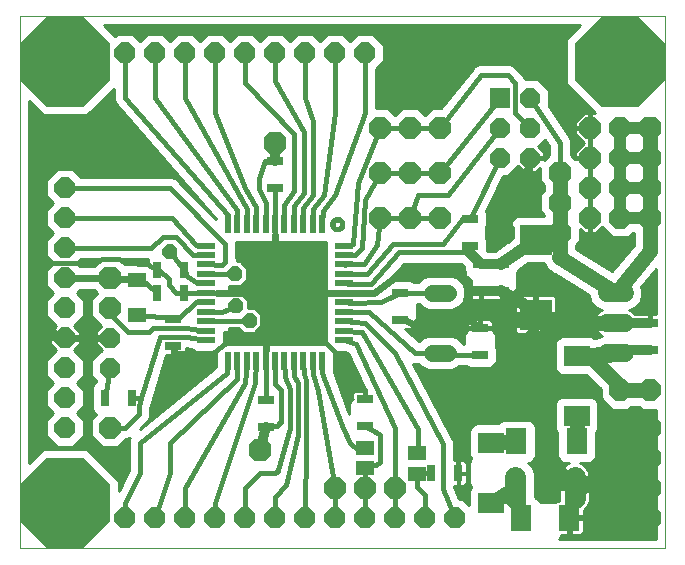
<source format=gbl>
G75*
G70*
%OFA0B0*%
%FSLAX24Y24*%
%IPPOS*%
%LPD*%
%AMOC8*
5,1,8,0,0,1.08239X$1,22.5*
%
%ADD10C,0.0000*%
%ADD11C,0.0160*%
%ADD12R,0.0591X0.0197*%
%ADD13R,0.0197X0.0591*%
%ADD14C,0.0560*%
%ADD15R,0.0560X0.0280*%
%ADD16R,0.0280X0.0560*%
%ADD17R,0.0660X0.0660*%
%ADD18OC8,0.0660*%
%ADD19C,0.0600*%
%ADD20R,0.0630X0.0472*%
%ADD21OC8,0.0700*%
%ADD22C,0.0705*%
%ADD23R,0.0701X0.0850*%
%ADD24R,0.1063X0.1004*%
%ADD25OC8,0.0709*%
%ADD26R,0.0866X0.0709*%
%ADD27R,0.0709X0.0866*%
%ADD28R,0.0591X0.0512*%
%ADD29C,0.0240*%
%ADD30C,0.0150*%
%ADD31C,0.0120*%
%ADD32OC8,0.0760*%
%ADD33C,0.0500*%
%ADD34C,0.0320*%
%ADD35C,0.0400*%
%ADD36C,0.0100*%
%ADD37OC8,0.0500*%
%ADD38OC8,0.3000*%
D10*
X005060Y005553D02*
X005060Y023270D01*
X026560Y023270D01*
X026560Y005553D01*
X005060Y005553D01*
D11*
X008560Y006553D02*
X008560Y007053D01*
X009060Y008053D01*
X009060Y009053D01*
X011970Y011393D01*
X011985Y011770D01*
X011485Y012053D02*
X012235Y012603D01*
X013235Y012603D01*
X013242Y012603D01*
X013230Y014053D01*
X013510Y014003D01*
X013510Y014053D01*
X013510Y015628D01*
X013560Y015978D02*
X013560Y016337D01*
X013560Y017553D01*
X013010Y017523D02*
X013245Y017038D01*
X013245Y016337D01*
X012930Y016337D02*
X012920Y016923D01*
X012560Y017553D01*
X011560Y020053D01*
X011560Y022053D01*
X012560Y022053D02*
X012560Y021053D01*
X014200Y019343D01*
X014200Y017463D01*
X013870Y016993D01*
X013874Y016337D01*
X014189Y016337D02*
X014180Y016953D01*
X014520Y017393D01*
X014520Y019413D01*
X013550Y021123D01*
X013560Y022053D01*
X014560Y022053D02*
X014560Y020553D01*
X014840Y019773D01*
X014840Y019783D01*
X014830Y017313D01*
X014490Y016893D01*
X014504Y016337D01*
X014819Y016337D02*
X014820Y016853D01*
X015180Y017323D01*
X015560Y020053D01*
X015560Y022053D01*
X016560Y022053D02*
X016560Y020053D01*
X015560Y017303D01*
X015144Y016788D01*
X015134Y016337D01*
X015472Y016338D02*
X015474Y016364D01*
X015480Y016389D01*
X015489Y016413D01*
X015503Y016435D01*
X015519Y016454D01*
X015538Y016472D01*
X015560Y016486D01*
X015583Y016496D01*
X015608Y016503D01*
X015634Y016506D01*
X015659Y016505D01*
X015685Y016500D01*
X015709Y016491D01*
X015731Y016479D01*
X015752Y016463D01*
X015770Y016445D01*
X015784Y016424D01*
X015796Y016401D01*
X015804Y016376D01*
X015808Y016351D01*
X015808Y016325D01*
X015804Y016300D01*
X015796Y016275D01*
X015784Y016252D01*
X015770Y016231D01*
X015752Y016213D01*
X015731Y016197D01*
X015709Y016185D01*
X015685Y016176D01*
X015659Y016171D01*
X015634Y016170D01*
X015608Y016173D01*
X015583Y016180D01*
X015560Y016190D01*
X015538Y016204D01*
X015519Y016222D01*
X015503Y016241D01*
X015489Y016263D01*
X015480Y016287D01*
X015474Y016312D01*
X015472Y016338D01*
X016165Y015678D02*
X016330Y017703D01*
X017060Y019553D01*
X018060Y019553D01*
X019060Y019553D01*
X020435Y021303D01*
X021310Y021303D01*
X021560Y021053D01*
X021560Y020053D01*
X022060Y019553D01*
X022060Y018553D02*
X021185Y016053D01*
X020060Y015603D02*
X020058Y015603D01*
X020028Y015399D01*
X017685Y015398D01*
X016745Y014363D01*
X016060Y014353D01*
X015843Y014368D01*
X015843Y013738D02*
X016135Y013728D01*
X017085Y013733D01*
X017735Y014038D01*
X019060Y014053D01*
X017965Y013128D02*
X017735Y013138D01*
X017855Y013168D02*
X017965Y013128D01*
X018230Y012063D02*
X019060Y012053D01*
X019310Y011978D01*
X020390Y011978D01*
X019670Y010413D02*
X022247Y012991D01*
X022310Y013053D01*
X022328Y013053D01*
X022436Y013161D01*
X019670Y010413D02*
X019670Y008043D01*
X019160Y007503D02*
X019160Y009003D01*
X017560Y012053D01*
X016560Y013053D01*
X015843Y013109D01*
X015843Y013423D02*
X016135Y013428D01*
X016680Y013413D01*
X018230Y012063D01*
X016560Y010803D02*
X016560Y010503D01*
X016560Y010803D02*
X015810Y011553D01*
X015810Y011803D01*
X013810Y013803D01*
X013810Y014053D01*
X012710Y013123D02*
X011850Y013123D01*
X011276Y013109D01*
X011276Y013423D02*
X011800Y013423D01*
X012260Y013603D01*
X011276Y013738D02*
X011261Y013753D01*
X010910Y013753D01*
X010360Y013203D01*
X010160Y013183D01*
X010150Y013213D01*
X008960Y013313D01*
X008660Y012753D02*
X008060Y013353D01*
X008060Y013553D01*
X008660Y012753D02*
X009360Y012753D01*
X009480Y012873D01*
X009550Y012873D01*
X010580Y012873D01*
X011276Y012794D01*
X011276Y012479D02*
X010610Y012593D01*
X009730Y012593D01*
X009109Y010538D01*
X009094Y010553D01*
X008780Y010553D01*
X009109Y010538D02*
X009030Y010273D01*
X009030Y010023D01*
X008980Y009973D01*
X008560Y009553D01*
X008060Y009553D01*
X007880Y010553D02*
X008060Y011553D01*
X010160Y012283D02*
X010235Y012228D01*
X010235Y012053D01*
X011485Y012053D01*
X012300Y011770D02*
X012290Y011183D01*
X010060Y009053D01*
X010060Y008053D01*
X009560Y006553D01*
X010560Y006553D02*
X010560Y007553D01*
X012560Y011053D01*
X012615Y011770D01*
X012930Y011770D02*
X012900Y011053D01*
X011560Y007053D01*
X011560Y006553D01*
X012560Y006553D02*
X012560Y007553D01*
X013060Y008053D01*
X013545Y008046D01*
X013661Y008120D01*
X013671Y008143D01*
X014060Y009553D01*
X014060Y010863D01*
X013880Y011253D01*
X013874Y011770D01*
X013560Y011770D02*
X013560Y011028D01*
X013775Y010813D01*
X013770Y010803D01*
X013770Y009828D01*
X013747Y009766D01*
X013610Y009628D01*
X013260Y009578D01*
X013260Y010478D02*
X013260Y010978D01*
X013245Y011770D01*
X013235Y011780D01*
X013245Y012133D01*
X014189Y011770D02*
X014200Y011273D01*
X014330Y011053D01*
X014330Y009323D01*
X013930Y007633D01*
X013570Y007263D01*
X013560Y006553D01*
X014560Y006553D02*
X014600Y009143D01*
X014600Y011133D01*
X014510Y011353D01*
X014504Y011770D01*
X014819Y011770D02*
X014820Y011363D01*
X014980Y010793D01*
X015560Y007553D01*
X015560Y006553D01*
X016560Y006553D02*
X016560Y007553D01*
X016560Y008219D01*
X016644Y008303D01*
X016935Y008303D01*
X017060Y008428D01*
X017060Y009303D01*
X017010Y009353D01*
X016560Y009603D01*
X016060Y009053D02*
X016310Y008803D01*
X016475Y008803D01*
X016560Y008888D01*
X016060Y009053D02*
X015810Y009553D01*
X015130Y011383D01*
X015134Y011770D01*
X015843Y012479D02*
X016260Y012353D01*
X017560Y009553D01*
X017560Y007553D01*
X017560Y006553D01*
X017560Y007553D01*
X018290Y007573D02*
X018560Y007303D01*
X018560Y006553D01*
X019560Y006553D02*
X019160Y007503D01*
X018770Y008043D02*
X018304Y008043D01*
X018290Y008029D01*
X018290Y007573D01*
X018290Y008698D02*
X018310Y008718D01*
X018310Y009503D01*
X016450Y012753D01*
X015843Y012794D01*
X016635Y014678D02*
X017500Y015683D01*
X019150Y015683D01*
X019810Y016553D01*
X020060Y016503D01*
X021060Y018553D01*
X021060Y019553D02*
X019310Y017303D01*
X018310Y017303D01*
X018060Y016553D01*
X019060Y016553D01*
X018060Y016553D02*
X017060Y016553D01*
X016970Y015663D01*
X016520Y015003D01*
X016085Y015003D01*
X015885Y014978D02*
X015843Y014998D01*
X015843Y015313D02*
X016238Y015306D01*
X016464Y015544D01*
X016570Y017153D01*
X017060Y018053D01*
X018060Y018053D01*
X019060Y018053D01*
X021060Y020553D01*
X022060Y020553D02*
X023060Y019053D01*
X023060Y018053D01*
X013560Y018453D02*
X013210Y018453D01*
X013010Y017873D01*
X013010Y017523D01*
X012620Y016863D02*
X010560Y020553D01*
X010560Y022053D01*
X009560Y022053D02*
X009560Y020553D01*
X012300Y016803D01*
X012300Y016337D01*
X012615Y016337D02*
X012620Y016863D01*
X011980Y016653D02*
X011985Y016337D01*
X011980Y016653D02*
X008560Y020553D01*
X008560Y022053D01*
X010060Y017553D02*
X006560Y017553D01*
X006560Y016553D02*
X007560Y016553D01*
X010110Y016553D01*
X010910Y015653D01*
X011276Y015628D01*
X011276Y015313D02*
X010810Y015303D01*
X010260Y015903D01*
X009810Y015903D01*
X009420Y015563D01*
X006560Y015553D01*
X006060Y015053D02*
X007560Y015053D01*
X007800Y015193D01*
X008350Y015193D01*
X008580Y015033D01*
X009280Y015023D01*
X009610Y014828D01*
X009685Y014828D01*
X010010Y014503D01*
X010010Y014303D01*
X010260Y014053D01*
X010510Y014053D01*
X011276Y014053D01*
X011276Y014368D02*
X010945Y014368D01*
X010610Y014603D01*
X010560Y014778D01*
X010510Y014828D01*
X010060Y015403D01*
X009269Y014394D02*
X009610Y014053D01*
X009269Y014394D02*
X008960Y014494D01*
X011276Y014683D02*
X012240Y014673D01*
X011880Y015086D02*
X011880Y015673D01*
X010060Y017553D01*
X011276Y014998D02*
X011777Y014986D01*
X011880Y015086D01*
D12*
X011276Y014998D03*
X011276Y014683D03*
X011276Y014368D03*
X011276Y014053D03*
X011276Y013738D03*
X011276Y013423D03*
X011276Y013109D03*
X011276Y012794D03*
X011276Y012479D03*
X011276Y015313D03*
X011276Y015628D03*
X015843Y015628D03*
X015843Y015313D03*
X015843Y014998D03*
X015843Y014683D03*
X015843Y014368D03*
X015843Y014053D03*
X015843Y013738D03*
X015843Y013423D03*
X015843Y013109D03*
X015843Y012794D03*
X015843Y012479D03*
D13*
X015134Y011770D03*
X014819Y011770D03*
X014504Y011770D03*
X014189Y011770D03*
X013874Y011770D03*
X013560Y011770D03*
X013245Y011770D03*
X012930Y011770D03*
X012615Y011770D03*
X012300Y011770D03*
X011985Y011770D03*
X011985Y016337D03*
X012300Y016337D03*
X012615Y016337D03*
X012930Y016337D03*
X013245Y016337D03*
X013560Y016337D03*
X013874Y016337D03*
X014189Y016337D03*
X014504Y016337D03*
X014819Y016337D03*
X015134Y016337D03*
D14*
X018780Y014053D02*
X019340Y014053D01*
X019340Y012053D02*
X018780Y012053D01*
X023544Y007553D02*
X025060Y008053D01*
D15*
X025490Y012153D03*
X026060Y012153D03*
X026060Y013053D03*
X025490Y013053D03*
X021100Y014103D03*
X020430Y014103D03*
X020430Y015003D03*
X021100Y015003D03*
X020060Y015603D03*
X020060Y016503D03*
X017735Y014038D03*
X017735Y013138D03*
X016560Y010503D03*
X016560Y009603D03*
X013260Y009578D03*
X013260Y010478D03*
X010160Y012283D03*
X010160Y013183D03*
X013560Y017553D03*
X013560Y018453D03*
X020390Y012878D03*
X020390Y011978D03*
D16*
X019670Y008043D03*
X018770Y008043D03*
X010510Y014053D03*
X010510Y014828D03*
X009610Y014828D03*
X009610Y014053D03*
X008780Y010553D03*
X007880Y010553D03*
D17*
X021060Y020553D03*
D18*
X022060Y020553D03*
X022060Y019553D03*
X022060Y018553D03*
X021060Y018553D03*
X021060Y019553D03*
X008060Y012553D03*
X008060Y011553D03*
D19*
X024610Y012053D02*
X025210Y012053D01*
X025210Y013053D02*
X024610Y013053D01*
X024610Y014053D02*
X025210Y014053D01*
D20*
X008960Y014494D03*
X008960Y013313D03*
D21*
X006560Y013553D03*
X006560Y014553D03*
X006560Y015553D03*
X006560Y016553D03*
X006560Y017553D03*
X008560Y022053D03*
X009560Y022053D03*
X010560Y022053D03*
X011560Y022053D03*
X012560Y022053D03*
X013560Y022053D03*
X014560Y022053D03*
X015560Y022053D03*
X016560Y022053D03*
X006560Y012553D03*
X006560Y011553D03*
X006560Y010553D03*
X006560Y009553D03*
X008560Y006553D03*
X009560Y006553D03*
X010560Y006553D03*
X011560Y006553D03*
X012560Y006553D03*
X013560Y006553D03*
X014560Y006553D03*
X015560Y006553D03*
X016560Y006553D03*
X017560Y006553D03*
X018560Y006553D03*
X019560Y006553D03*
D22*
X021575Y007201D02*
X021575Y007906D01*
X023544Y007906D02*
X023544Y007201D01*
D23*
X023363Y006553D03*
X021760Y006553D03*
D24*
X022250Y013323D03*
X022250Y015823D03*
D25*
X024060Y016553D03*
X025060Y016553D03*
X025060Y017553D03*
X025060Y018553D03*
X025060Y019553D03*
X024060Y019553D03*
X024060Y018553D03*
X024060Y017553D03*
X019060Y018053D03*
X018060Y018053D03*
X017060Y018053D03*
X017060Y016553D03*
X018060Y016553D03*
X019060Y016553D03*
X019060Y019553D03*
X018060Y019553D03*
X017060Y019553D03*
X025060Y010803D03*
X026060Y010803D03*
X017560Y007553D03*
X016560Y007553D03*
X015560Y007553D03*
X008060Y009553D03*
X008060Y013553D03*
D26*
X020760Y009057D03*
X020760Y007049D03*
X023610Y009949D03*
X023610Y011957D03*
D27*
X023613Y009103D03*
X021606Y009103D03*
D28*
X018290Y008698D03*
X018290Y008029D03*
X016560Y008219D03*
X016560Y008888D03*
D29*
X013245Y012133D02*
X013242Y012603D01*
X013230Y014053D02*
X011625Y014053D01*
X013510Y014053D02*
X013810Y014053D01*
X015843Y014053D01*
X016860Y014063D01*
X018010Y014928D01*
X019441Y014930D01*
X020025Y014450D01*
X020041Y014450D01*
X020041Y014103D01*
X020041Y014053D01*
X020041Y013553D01*
X019810Y013303D01*
X020390Y012878D01*
X019810Y013303D02*
X019360Y012878D01*
X018435Y012878D01*
X017965Y013128D01*
X013510Y015628D02*
X013560Y015978D01*
X008960Y014494D02*
X008060Y014553D01*
X006560Y014553D01*
X006060Y015053D02*
X005560Y014553D01*
X005560Y013053D01*
X006560Y012553D01*
X008060Y012553D01*
D30*
X011276Y014053D02*
X011625Y014053D01*
X015843Y014683D02*
X015860Y014678D01*
X016635Y014678D01*
X016085Y015003D02*
X015960Y015003D01*
X015843Y014998D01*
X015850Y015618D02*
X015843Y015628D01*
X015850Y015618D02*
X016165Y015678D01*
X013635Y019078D02*
X013560Y019053D01*
X013747Y009766D02*
X013760Y009753D01*
D31*
X014810Y012553D02*
X012310Y012553D01*
X012060Y012803D01*
X012060Y012863D01*
X012361Y012863D01*
X012531Y012693D01*
X012888Y012693D01*
X013139Y012945D01*
X013139Y013301D01*
X012888Y013553D01*
X012689Y013553D01*
X012689Y013781D01*
X012438Y014033D01*
X012081Y014033D01*
X012060Y014011D01*
X012060Y014245D01*
X012061Y014243D01*
X012418Y014243D01*
X012669Y014495D01*
X012669Y014851D01*
X012418Y015103D01*
X012310Y015103D01*
X012310Y015603D01*
X014810Y015603D01*
X015060Y015303D01*
X015060Y012803D01*
X014810Y012553D01*
X014922Y012666D02*
X012197Y012666D01*
X012078Y012785D02*
X012440Y012785D01*
X012979Y012785D02*
X015041Y012785D01*
X015060Y012903D02*
X013097Y012903D01*
X013139Y013022D02*
X015060Y013022D01*
X015060Y013140D02*
X013139Y013140D01*
X013139Y013259D02*
X015060Y013259D01*
X015060Y013377D02*
X013064Y013377D01*
X012945Y013496D02*
X015060Y013496D01*
X015060Y013614D02*
X012689Y013614D01*
X012689Y013733D02*
X015060Y013733D01*
X015060Y013851D02*
X012620Y013851D01*
X012501Y013970D02*
X015060Y013970D01*
X015060Y014089D02*
X012060Y014089D01*
X012060Y014207D02*
X015060Y014207D01*
X015060Y014326D02*
X012500Y014326D01*
X012618Y014444D02*
X015060Y014444D01*
X015060Y014563D02*
X012669Y014563D01*
X012669Y014681D02*
X015060Y014681D01*
X015060Y014800D02*
X012669Y014800D01*
X012603Y014918D02*
X015060Y014918D01*
X015060Y015037D02*
X012484Y015037D01*
X012310Y015155D02*
X015060Y015155D01*
X015060Y015274D02*
X012310Y015274D01*
X012310Y015392D02*
X014985Y015392D01*
X014886Y015511D02*
X012310Y015511D01*
D32*
X013560Y019053D03*
X008060Y014553D03*
X013060Y008803D03*
X021185Y013053D03*
X021185Y016053D03*
X023060Y016053D03*
X023060Y017053D03*
X023060Y018053D03*
X026060Y017553D03*
X026060Y018553D03*
X026060Y019553D03*
X026060Y016553D03*
X026060Y009553D03*
X026060Y008553D03*
X026060Y007553D03*
X026060Y006553D03*
X025060Y006553D03*
X025060Y007553D03*
X025060Y008553D03*
X025060Y009553D03*
D33*
X026060Y009553D01*
X026060Y008553D01*
X026060Y007553D01*
X026060Y006553D01*
X025060Y006553D01*
X025060Y007553D01*
X025060Y008053D01*
X025060Y008553D01*
X025060Y009553D01*
X025060Y010803D02*
X026060Y010803D01*
X025060Y010803D02*
X025060Y010956D01*
X024027Y011988D01*
X024910Y012053D01*
X024560Y011953D01*
X024027Y011988D02*
X023610Y011957D01*
X023560Y013053D02*
X022560Y013053D01*
X022436Y013161D01*
X022250Y013323D01*
X022360Y013473D01*
X022060Y013553D01*
X022560Y012653D02*
X022560Y008553D01*
X023544Y007553D01*
X023363Y006553D01*
X021760Y006553D02*
X021575Y007553D01*
X020760Y007049D01*
X020760Y009057D02*
X021606Y009103D01*
X023613Y009103D02*
X023610Y009949D01*
X022560Y012653D02*
X023560Y013053D01*
X024910Y013053D01*
X024910Y014053D02*
X026060Y015453D01*
X026060Y016553D01*
X026060Y017553D01*
X026060Y018553D01*
X026060Y019553D01*
X023060Y018053D02*
X023060Y017053D01*
X023060Y016053D01*
X023060Y015553D01*
X023060Y015203D01*
X023040Y015233D01*
X024910Y014053D01*
D34*
X024910Y013053D02*
X025490Y013053D01*
X026060Y013053D01*
X026060Y012153D02*
X025490Y012153D01*
X024910Y012053D01*
X024780Y012063D01*
X024672Y012041D02*
X024910Y012053D01*
X022247Y012991D02*
X021950Y013043D01*
X021185Y013053D01*
X021100Y014103D02*
X020430Y014103D01*
X020041Y014103D01*
X020041Y014053D01*
X020430Y015003D02*
X021100Y015003D01*
X020430Y015003D02*
X020028Y015399D01*
X013560Y018453D02*
X013560Y019053D01*
X013260Y009578D02*
X013060Y008803D01*
D35*
X021100Y014103D02*
X022060Y013553D01*
X021100Y015003D02*
X022250Y015823D01*
X023060Y015553D01*
X025060Y016553D02*
X025060Y017553D01*
X026060Y017553D01*
X026060Y018553D02*
X025060Y018553D01*
X025060Y017553D01*
X025060Y018553D02*
X025060Y019553D01*
X026060Y019553D01*
X026060Y016553D02*
X025060Y016553D01*
D36*
X024604Y016098D02*
X024317Y016098D01*
X024268Y016049D02*
X024461Y016241D01*
X024793Y015909D01*
X025326Y015909D01*
X025481Y016063D01*
X025520Y016063D01*
X025520Y015647D01*
X024795Y014764D01*
X023599Y015519D01*
X023599Y015646D01*
X023729Y015776D01*
X023729Y016170D01*
X023851Y016049D01*
X024021Y016049D01*
X024021Y016515D01*
X024098Y016515D01*
X024098Y016049D01*
X024268Y016049D01*
X024098Y016098D02*
X024021Y016098D01*
X024021Y016196D02*
X024098Y016196D01*
X024098Y016295D02*
X024021Y016295D01*
X024021Y016393D02*
X024098Y016393D01*
X024098Y016492D02*
X024021Y016492D01*
X024021Y016592D02*
X024021Y017058D01*
X024021Y017515D01*
X024098Y017515D01*
X024098Y017058D01*
X024098Y016592D01*
X024021Y016592D01*
X024021Y016689D02*
X024098Y016689D01*
X024098Y016787D02*
X024021Y016787D01*
X024021Y016886D02*
X024098Y016886D01*
X024098Y016984D02*
X024021Y016984D01*
X024021Y017083D02*
X024098Y017083D01*
X024098Y017181D02*
X024021Y017181D01*
X024021Y017280D02*
X024098Y017280D01*
X024098Y017379D02*
X024021Y017379D01*
X024021Y017477D02*
X024098Y017477D01*
X024098Y017592D02*
X024021Y017592D01*
X024021Y018049D01*
X024021Y018515D01*
X023555Y018515D01*
X023555Y018505D01*
X023429Y018631D01*
X023429Y019017D01*
X023437Y019053D01*
X023429Y019090D01*
X023429Y019127D01*
X023415Y019161D01*
X023408Y019197D01*
X023387Y019229D01*
X023373Y019263D01*
X023347Y019289D01*
X022677Y020294D01*
X022679Y020297D01*
X022679Y020810D01*
X022316Y021173D01*
X021910Y021173D01*
X021873Y021263D01*
X021769Y021367D01*
X021519Y021617D01*
X021383Y021673D01*
X021236Y021673D01*
X020485Y021673D01*
X020464Y021679D01*
X020412Y021673D01*
X020361Y021673D01*
X020340Y021665D01*
X020317Y021662D01*
X020273Y021637D01*
X020225Y021617D01*
X020209Y021601D01*
X020189Y021590D01*
X020157Y021549D01*
X020121Y021513D01*
X020112Y021492D01*
X019095Y020198D01*
X018793Y020198D01*
X018559Y019965D01*
X018326Y020198D01*
X017793Y020198D01*
X017559Y019965D01*
X017326Y020198D01*
X016929Y020198D01*
X016929Y021518D01*
X017199Y021788D01*
X017199Y022318D01*
X016825Y022693D01*
X016294Y022693D01*
X016060Y022458D01*
X015825Y022693D01*
X015294Y022693D01*
X015060Y022458D01*
X014825Y022693D01*
X014294Y022693D01*
X014060Y022458D01*
X013825Y022693D01*
X013294Y022693D01*
X013060Y022458D01*
X012825Y022693D01*
X012294Y022693D01*
X012060Y022458D01*
X011825Y022693D01*
X011294Y022693D01*
X011060Y022458D01*
X010825Y022693D01*
X010294Y022693D01*
X010060Y022458D01*
X009825Y022693D01*
X009294Y022693D01*
X009060Y022458D01*
X008825Y022693D01*
X008294Y022693D01*
X008228Y022627D01*
X007874Y022980D01*
X023735Y022980D01*
X023260Y022505D01*
X023260Y021022D01*
X024224Y020058D01*
X024098Y020058D01*
X024098Y019592D01*
X024021Y019592D01*
X024021Y020058D01*
X023851Y020058D01*
X023555Y019762D01*
X023555Y019592D01*
X024021Y019592D01*
X024021Y019515D01*
X023555Y019515D01*
X023555Y019344D01*
X023846Y019053D01*
X023555Y018762D01*
X023555Y018592D01*
X024021Y018592D01*
X024021Y019058D01*
X024021Y019515D01*
X024098Y019515D01*
X024098Y019049D01*
X024098Y018592D01*
X024021Y018592D01*
X024021Y018515D01*
X024098Y018515D01*
X024098Y018058D01*
X024098Y017592D01*
X024098Y017674D02*
X024021Y017674D01*
X024021Y017773D02*
X024098Y017773D01*
X024098Y017871D02*
X024021Y017871D01*
X024021Y017970D02*
X024098Y017970D01*
X024098Y018068D02*
X024021Y018068D01*
X024021Y018167D02*
X024098Y018167D01*
X024098Y018265D02*
X024021Y018265D01*
X024021Y018364D02*
X024098Y018364D01*
X024098Y018463D02*
X024021Y018463D01*
X024021Y018561D02*
X023499Y018561D01*
X023555Y018660D02*
X023429Y018660D01*
X023429Y018758D02*
X023555Y018758D01*
X023650Y018857D02*
X023429Y018857D01*
X023429Y018955D02*
X023748Y018955D01*
X023846Y019054D02*
X023437Y019054D01*
X023419Y019152D02*
X023747Y019152D01*
X023649Y019251D02*
X023378Y019251D01*
X023307Y019349D02*
X023555Y019349D01*
X023555Y019448D02*
X023241Y019448D01*
X023175Y019547D02*
X024021Y019547D01*
X024021Y019645D02*
X024098Y019645D01*
X024098Y019744D02*
X024021Y019744D01*
X024021Y019842D02*
X024098Y019842D01*
X024098Y019941D02*
X024021Y019941D01*
X024021Y020039D02*
X024098Y020039D01*
X024144Y020138D02*
X022781Y020138D01*
X022716Y020236D02*
X024045Y020236D01*
X023947Y020335D02*
X022679Y020335D01*
X022679Y020433D02*
X023848Y020433D01*
X023749Y020532D02*
X022679Y020532D01*
X022679Y020631D02*
X023651Y020631D01*
X023552Y020729D02*
X022679Y020729D01*
X022662Y020828D02*
X023454Y020828D01*
X023355Y020926D02*
X022564Y020926D01*
X022465Y021025D02*
X023260Y021025D01*
X023260Y021123D02*
X022366Y021123D01*
X021890Y021222D02*
X023260Y021222D01*
X023260Y021320D02*
X021816Y021320D01*
X021717Y021419D02*
X023260Y021419D01*
X023260Y021517D02*
X021619Y021517D01*
X021520Y021616D02*
X023260Y021616D01*
X023260Y021714D02*
X017126Y021714D01*
X017199Y021813D02*
X023260Y021813D01*
X023260Y021912D02*
X017199Y021912D01*
X017199Y022010D02*
X023260Y022010D01*
X023260Y022109D02*
X017199Y022109D01*
X017199Y022207D02*
X023260Y022207D01*
X023260Y022306D02*
X017199Y022306D01*
X017114Y022404D02*
X023260Y022404D01*
X023260Y022503D02*
X017015Y022503D01*
X016917Y022601D02*
X023356Y022601D01*
X023455Y022700D02*
X008154Y022700D01*
X008056Y022798D02*
X023553Y022798D01*
X023652Y022897D02*
X007957Y022897D01*
X008917Y022601D02*
X009202Y022601D01*
X009104Y022503D02*
X009015Y022503D01*
X009917Y022601D02*
X010202Y022601D01*
X010104Y022503D02*
X010015Y022503D01*
X010917Y022601D02*
X011202Y022601D01*
X011104Y022503D02*
X011015Y022503D01*
X011917Y022601D02*
X012202Y022601D01*
X012104Y022503D02*
X012015Y022503D01*
X012917Y022601D02*
X013202Y022601D01*
X013104Y022503D02*
X013015Y022503D01*
X013917Y022601D02*
X014202Y022601D01*
X014104Y022503D02*
X014015Y022503D01*
X014917Y022601D02*
X015202Y022601D01*
X015104Y022503D02*
X015015Y022503D01*
X015917Y022601D02*
X016202Y022601D01*
X016104Y022503D02*
X016015Y022503D01*
X017027Y021616D02*
X020224Y021616D01*
X020125Y021517D02*
X016929Y021517D01*
X016929Y021419D02*
X020055Y021419D01*
X019977Y021320D02*
X016929Y021320D01*
X016929Y021222D02*
X019900Y021222D01*
X019822Y021123D02*
X016929Y021123D01*
X016929Y021025D02*
X019745Y021025D01*
X019668Y020926D02*
X016929Y020926D01*
X016929Y020828D02*
X019590Y020828D01*
X019513Y020729D02*
X016929Y020729D01*
X016929Y020631D02*
X019435Y020631D01*
X019358Y020532D02*
X016929Y020532D01*
X016929Y020433D02*
X019280Y020433D01*
X019203Y020335D02*
X016929Y020335D01*
X016929Y020236D02*
X019126Y020236D01*
X018733Y020138D02*
X018386Y020138D01*
X018485Y020039D02*
X018634Y020039D01*
X017733Y020138D02*
X017386Y020138D01*
X017485Y020039D02*
X017634Y020039D01*
X021169Y017933D02*
X020601Y016770D01*
X020629Y016701D01*
X020629Y016306D01*
X020599Y016233D01*
X020599Y015874D01*
X020629Y015801D01*
X020629Y015453D01*
X020887Y015453D01*
X021428Y015839D01*
X021428Y016383D01*
X021472Y016490D01*
X021554Y016571D01*
X021660Y016615D01*
X022520Y016615D01*
X022520Y016646D01*
X022390Y016776D01*
X022390Y017331D01*
X022520Y017461D01*
X022520Y017646D01*
X022390Y017776D01*
X022390Y018205D01*
X022258Y018073D01*
X022100Y018073D01*
X022100Y018513D01*
X022100Y018593D01*
X022539Y018593D01*
X022539Y018752D01*
X022337Y018954D01*
X022543Y019161D01*
X022690Y018941D01*
X022690Y018631D01*
X022539Y018481D01*
X022539Y018513D01*
X022100Y018513D01*
X022019Y018513D01*
X022019Y018073D01*
X021861Y018073D01*
X021659Y018276D01*
X021316Y017933D01*
X021169Y017933D01*
X021138Y017871D02*
X022390Y017871D01*
X022393Y017773D02*
X021090Y017773D01*
X021042Y017674D02*
X022491Y017674D01*
X022520Y017576D02*
X020994Y017576D01*
X020946Y017477D02*
X022520Y017477D01*
X022437Y017379D02*
X020898Y017379D01*
X020850Y017280D02*
X022390Y017280D01*
X022390Y017181D02*
X020802Y017181D01*
X020754Y017083D02*
X022390Y017083D01*
X022390Y016984D02*
X020706Y016984D01*
X020658Y016886D02*
X022390Y016886D01*
X022390Y016787D02*
X020610Y016787D01*
X020629Y016689D02*
X022477Y016689D01*
X021600Y016590D02*
X020629Y016590D01*
X020629Y016492D02*
X021474Y016492D01*
X021432Y016393D02*
X020629Y016393D01*
X020625Y016295D02*
X021428Y016295D01*
X021428Y016196D02*
X020599Y016196D01*
X020599Y016098D02*
X021428Y016098D01*
X021428Y015999D02*
X020599Y015999D01*
X020599Y015900D02*
X021428Y015900D01*
X021375Y015802D02*
X020629Y015802D01*
X020629Y015703D02*
X021237Y015703D01*
X021099Y015605D02*
X020629Y015605D01*
X020629Y015506D02*
X020961Y015506D01*
X021669Y014808D02*
X021983Y015031D01*
X022529Y015031D01*
X022531Y015023D01*
X022535Y015017D01*
X022537Y015009D01*
X022582Y014945D01*
X022602Y014897D01*
X022640Y014859D01*
X022670Y014814D01*
X022715Y014784D01*
X022754Y014746D01*
X022803Y014725D01*
X022848Y014695D01*
X022896Y014685D01*
X024020Y013976D01*
X024020Y013936D01*
X024109Y013719D01*
X024275Y013553D01*
X024458Y013478D01*
X024355Y013435D01*
X024228Y013308D01*
X024160Y013143D01*
X024160Y013103D01*
X024859Y013103D01*
X024859Y013003D01*
X024160Y013003D01*
X024160Y012964D01*
X024228Y012798D01*
X024355Y012672D01*
X024458Y012629D01*
X024275Y012554D01*
X024269Y012547D01*
X024220Y012544D01*
X024207Y012557D01*
X024100Y012602D01*
X023119Y012602D01*
X023012Y012557D01*
X022931Y012476D01*
X022886Y012369D01*
X022886Y011545D01*
X022931Y011439D01*
X023012Y011357D01*
X023119Y011313D01*
X023939Y011313D01*
X024415Y010837D01*
X024415Y010536D01*
X024793Y010159D01*
X025326Y010159D01*
X025431Y010263D01*
X025688Y010263D01*
X025793Y010159D01*
X026270Y010159D01*
X026270Y005843D01*
X023010Y005843D01*
X023055Y005889D01*
X023092Y005978D01*
X023313Y005978D01*
X023313Y006503D01*
X023413Y006503D01*
X023413Y006603D01*
X023863Y006603D01*
X023863Y006809D01*
X023970Y006916D01*
X024046Y007101D01*
X024046Y007503D01*
X023594Y007503D01*
X023594Y007603D01*
X024046Y007603D01*
X024046Y008006D01*
X023970Y008191D01*
X023828Y008332D01*
X023711Y008380D01*
X024025Y008380D01*
X024132Y008424D01*
X024214Y008506D01*
X024258Y008613D01*
X024258Y009400D01*
X024288Y009431D01*
X024333Y009537D01*
X024333Y010361D01*
X024288Y010468D01*
X024207Y010550D01*
X024100Y010594D01*
X023119Y010594D01*
X023012Y010550D01*
X022931Y010468D01*
X022886Y010361D01*
X022886Y009537D01*
X022931Y009431D01*
X022969Y009392D01*
X022969Y008613D01*
X023013Y008506D01*
X023095Y008424D01*
X023201Y008380D01*
X023376Y008380D01*
X023259Y008332D01*
X023118Y008191D01*
X023041Y008006D01*
X023041Y007603D01*
X023494Y007603D01*
X023494Y007503D01*
X023041Y007503D01*
X023041Y007129D01*
X022950Y007129D01*
X022901Y007079D01*
X022867Y007093D01*
X022377Y007093D01*
X022357Y007143D01*
X022275Y007224D01*
X022218Y007248D01*
X022218Y008034D01*
X022120Y008270D01*
X022009Y008380D01*
X022018Y008380D01*
X022124Y008424D01*
X022206Y008506D01*
X022250Y008613D01*
X022250Y009594D01*
X022206Y009701D01*
X022124Y009782D01*
X022018Y009826D01*
X021194Y009826D01*
X021087Y009782D01*
X021006Y009702D01*
X020269Y009702D01*
X020162Y009657D01*
X020081Y009576D01*
X020036Y009469D01*
X020036Y008645D01*
X020081Y008539D01*
X020108Y008512D01*
X020064Y008468D01*
X020020Y008361D01*
X020020Y007746D01*
X020064Y007639D01*
X020108Y007595D01*
X020081Y007568D01*
X020036Y007461D01*
X020036Y006981D01*
X019825Y007193D01*
X019691Y007193D01*
X019529Y007578D01*
X019529Y007613D01*
X019649Y007613D01*
X019649Y008023D01*
X019690Y008023D01*
X019690Y008063D01*
X019959Y008063D01*
X019959Y008386D01*
X019872Y008473D01*
X019690Y008473D01*
X019690Y008064D01*
X019649Y008064D01*
X019649Y008473D01*
X019529Y008473D01*
X019529Y008947D01*
X019535Y008963D01*
X019529Y009020D01*
X019529Y009077D01*
X019523Y009093D01*
X019521Y009110D01*
X019495Y009161D01*
X019473Y009213D01*
X019461Y009225D01*
X018166Y011694D01*
X018167Y011694D01*
X018182Y011689D01*
X018240Y011693D01*
X018335Y011692D01*
X018457Y011570D01*
X018666Y011483D01*
X019453Y011483D01*
X019662Y011570D01*
X019701Y011608D01*
X019929Y011608D01*
X019945Y011593D01*
X020052Y011548D01*
X020727Y011548D01*
X020834Y011593D01*
X020915Y011674D01*
X020959Y011781D01*
X020959Y012176D01*
X020929Y012249D01*
X020929Y012601D01*
X020885Y012708D01*
X020819Y012773D01*
X020819Y012858D01*
X020410Y012858D01*
X020410Y012898D01*
X020819Y012898D01*
X020819Y013081D01*
X020732Y013168D01*
X020410Y013168D01*
X020410Y012899D01*
X020369Y012899D01*
X020369Y013168D01*
X020047Y013168D01*
X019960Y013081D01*
X019960Y012898D01*
X020369Y012898D01*
X020369Y012858D01*
X019960Y012858D01*
X019960Y012774D01*
X019894Y012708D01*
X019850Y012601D01*
X019850Y012348D01*
X019834Y012348D01*
X019823Y012376D01*
X019662Y012537D01*
X019453Y012623D01*
X018666Y012623D01*
X018457Y012537D01*
X018360Y012440D01*
X017891Y012848D01*
X018077Y012848D01*
X018164Y012936D01*
X018164Y013058D01*
X018245Y013139D01*
X018289Y013246D01*
X018289Y013675D01*
X018351Y013675D01*
X018457Y013570D01*
X018666Y013483D01*
X019453Y013483D01*
X019662Y013570D01*
X019823Y013730D01*
X019909Y013940D01*
X019909Y014167D01*
X019823Y014376D01*
X019662Y014537D01*
X019453Y014623D01*
X018666Y014623D01*
X018457Y014537D01*
X018335Y014415D01*
X018189Y014414D01*
X018179Y014424D01*
X018072Y014468D01*
X017397Y014468D01*
X017305Y014430D01*
X017848Y015028D01*
X019762Y015029D01*
X019860Y014933D01*
X019860Y014806D01*
X019890Y014733D01*
X019890Y014276D01*
X019934Y014169D01*
X020015Y014088D01*
X020026Y014083D01*
X020000Y014083D01*
X020000Y013901D01*
X020087Y013813D01*
X020409Y013813D01*
X020409Y014043D01*
X020450Y014043D01*
X020450Y013813D01*
X020757Y013813D01*
X021079Y013813D01*
X021079Y014023D01*
X021120Y014023D01*
X021120Y013813D01*
X021442Y013813D01*
X021529Y013901D01*
X021529Y014083D01*
X021520Y014083D01*
X021585Y014149D01*
X021629Y014256D01*
X021629Y014709D01*
X021669Y014806D01*
X021669Y014808D01*
X021681Y014816D02*
X022668Y014816D01*
X022594Y014915D02*
X021820Y014915D01*
X021958Y015014D02*
X022536Y015014D01*
X022814Y014718D02*
X021633Y014718D01*
X021629Y014619D02*
X023001Y014619D01*
X023157Y014521D02*
X021629Y014521D01*
X021629Y014422D02*
X023313Y014422D01*
X023469Y014324D02*
X021629Y014324D01*
X021617Y014225D02*
X023625Y014225D01*
X023781Y014127D02*
X021563Y014127D01*
X021529Y014028D02*
X023938Y014028D01*
X024022Y013930D02*
X022889Y013930D01*
X022931Y013887D02*
X022843Y013975D01*
X022299Y013975D01*
X022299Y013374D01*
X022200Y013374D01*
X022200Y013975D01*
X021656Y013975D01*
X021568Y013887D01*
X021568Y013373D01*
X022199Y013373D01*
X022199Y013273D01*
X021568Y013273D01*
X021568Y012759D01*
X021656Y012671D01*
X022200Y012671D01*
X022200Y013273D01*
X022299Y013273D01*
X022299Y012671D01*
X022843Y012671D01*
X022931Y012759D01*
X022931Y013273D01*
X022300Y013273D01*
X022300Y013373D01*
X022931Y013373D01*
X022931Y013887D01*
X022931Y013831D02*
X024063Y013831D01*
X024104Y013732D02*
X022931Y013732D01*
X022931Y013634D02*
X024195Y013634D01*
X024318Y013535D02*
X022931Y013535D01*
X022931Y013437D02*
X024359Y013437D01*
X024258Y013338D02*
X022300Y013338D01*
X022299Y013240D02*
X022200Y013240D01*
X022199Y013338D02*
X018289Y013338D01*
X018287Y013240D02*
X021568Y013240D01*
X021568Y013141D02*
X020759Y013141D01*
X020819Y013043D02*
X021568Y013043D01*
X021568Y012944D02*
X020819Y012944D01*
X020819Y012846D02*
X021568Y012846D01*
X021580Y012747D02*
X020846Y012747D01*
X020910Y012649D02*
X024411Y012649D01*
X024279Y012747D02*
X022919Y012747D01*
X022931Y012846D02*
X024209Y012846D01*
X024168Y012944D02*
X022931Y012944D01*
X022931Y013043D02*
X024859Y013043D01*
X024960Y013043D02*
X025469Y013043D01*
X025469Y013033D02*
X025060Y013033D01*
X025060Y013003D01*
X024960Y013003D01*
X024960Y013103D01*
X025060Y013103D01*
X025060Y013073D01*
X025469Y013073D01*
X025469Y013033D01*
X025556Y013343D02*
X025464Y013435D01*
X025361Y013478D01*
X025544Y013553D01*
X025710Y013719D01*
X025799Y013936D01*
X025799Y014171D01*
X025768Y014247D01*
X026270Y014858D01*
X026270Y013343D01*
X026080Y013343D01*
X026080Y013143D01*
X026039Y013143D01*
X026039Y013343D01*
X025832Y013343D01*
X025774Y013343D01*
X025717Y013343D01*
X025556Y013343D01*
X025460Y013437D02*
X026270Y013437D01*
X026270Y013535D02*
X025501Y013535D01*
X025624Y013634D02*
X026270Y013634D01*
X026270Y013732D02*
X025715Y013732D01*
X025756Y013831D02*
X026270Y013831D01*
X026270Y013930D02*
X025797Y013930D01*
X025799Y014028D02*
X026270Y014028D01*
X026270Y014127D02*
X025799Y014127D01*
X025777Y014225D02*
X026270Y014225D01*
X026270Y014324D02*
X025830Y014324D01*
X025911Y014422D02*
X026270Y014422D01*
X026270Y014521D02*
X025992Y014521D01*
X026073Y014619D02*
X026270Y014619D01*
X026270Y014718D02*
X026154Y014718D01*
X026235Y014816D02*
X026270Y014816D01*
X025485Y015605D02*
X023599Y015605D01*
X023619Y015506D02*
X025404Y015506D01*
X025323Y015408D02*
X023775Y015408D01*
X023931Y015309D02*
X025242Y015309D01*
X025161Y015211D02*
X024087Y015211D01*
X024244Y015112D02*
X025080Y015112D01*
X024999Y015014D02*
X024400Y015014D01*
X024556Y014915D02*
X024919Y014915D01*
X024838Y014816D02*
X024712Y014816D01*
X025520Y015703D02*
X023657Y015703D01*
X023729Y015802D02*
X025520Y015802D01*
X025520Y015900D02*
X023729Y015900D01*
X023729Y015999D02*
X024703Y015999D01*
X024506Y016196D02*
X024415Y016196D01*
X023802Y016098D02*
X023729Y016098D01*
X025416Y015999D02*
X025520Y015999D01*
X026039Y013338D02*
X026080Y013338D01*
X026080Y013240D02*
X026039Y013240D01*
X024200Y013240D02*
X022931Y013240D01*
X022931Y013141D02*
X024160Y013141D01*
X024214Y012550D02*
X024272Y012550D01*
X023005Y012550D02*
X020929Y012550D01*
X020929Y012451D02*
X022920Y012451D01*
X022886Y012353D02*
X020929Y012353D01*
X020929Y012254D02*
X022886Y012254D01*
X022886Y012156D02*
X020959Y012156D01*
X020959Y012057D02*
X022886Y012057D01*
X022886Y011959D02*
X020959Y011959D01*
X020959Y011860D02*
X022886Y011860D01*
X022886Y011762D02*
X020952Y011762D01*
X020904Y011663D02*
X022886Y011663D01*
X022886Y011565D02*
X020766Y011565D01*
X020013Y011565D02*
X019649Y011565D01*
X019832Y012353D02*
X019850Y012353D01*
X019850Y012451D02*
X019748Y012451D01*
X019850Y012550D02*
X019630Y012550D01*
X019869Y012649D02*
X018121Y012649D01*
X018008Y012747D02*
X019933Y012747D01*
X019960Y012846D02*
X017895Y012846D01*
X018164Y012944D02*
X019960Y012944D01*
X019960Y013043D02*
X018164Y013043D01*
X018246Y013141D02*
X020020Y013141D01*
X020369Y013141D02*
X020410Y013141D01*
X020410Y013043D02*
X020369Y013043D01*
X020369Y012944D02*
X020410Y012944D01*
X019824Y013732D02*
X021568Y013732D01*
X021568Y013634D02*
X019726Y013634D01*
X019578Y013535D02*
X021568Y013535D01*
X021568Y013437D02*
X018289Y013437D01*
X018289Y013535D02*
X018541Y013535D01*
X018393Y013634D02*
X018289Y013634D01*
X018342Y014422D02*
X018181Y014422D01*
X018441Y014521D02*
X017387Y014521D01*
X017477Y014619D02*
X018657Y014619D01*
X019463Y014619D02*
X019890Y014619D01*
X019890Y014521D02*
X019678Y014521D01*
X019777Y014422D02*
X019890Y014422D01*
X019890Y014324D02*
X019844Y014324D01*
X019885Y014225D02*
X019910Y014225D01*
X019909Y014127D02*
X019976Y014127D01*
X020000Y014028D02*
X019909Y014028D01*
X019905Y013930D02*
X020000Y013930D01*
X020070Y013831D02*
X019864Y013831D01*
X020409Y013831D02*
X020450Y013831D01*
X020450Y013930D02*
X020409Y013930D01*
X020409Y014028D02*
X020450Y014028D01*
X021079Y013930D02*
X021120Y013930D01*
X021120Y013831D02*
X021079Y013831D01*
X021459Y013831D02*
X021568Y013831D01*
X021529Y013930D02*
X021610Y013930D01*
X022200Y013930D02*
X022299Y013930D01*
X022299Y013831D02*
X022200Y013831D01*
X022200Y013732D02*
X022299Y013732D01*
X022299Y013634D02*
X022200Y013634D01*
X022200Y013535D02*
X022299Y013535D01*
X022299Y013437D02*
X022200Y013437D01*
X022200Y013141D02*
X022299Y013141D01*
X022299Y013043D02*
X022200Y013043D01*
X022200Y012944D02*
X022299Y012944D01*
X022299Y012846D02*
X022200Y012846D01*
X022200Y012747D02*
X022299Y012747D01*
X022919Y011466D02*
X018285Y011466D01*
X018234Y011565D02*
X018470Y011565D01*
X018364Y011663D02*
X018182Y011663D01*
X018337Y011367D02*
X023002Y011367D01*
X023083Y010579D02*
X018751Y010579D01*
X018802Y010481D02*
X022943Y010481D01*
X022895Y010382D02*
X018854Y010382D01*
X018906Y010283D02*
X022886Y010283D01*
X022886Y010185D02*
X018957Y010185D01*
X019009Y010086D02*
X022886Y010086D01*
X022886Y009988D02*
X019061Y009988D01*
X019113Y009889D02*
X022886Y009889D01*
X022886Y009791D02*
X022104Y009791D01*
X022209Y009692D02*
X022886Y009692D01*
X022886Y009594D02*
X022250Y009594D01*
X022250Y009495D02*
X022904Y009495D01*
X022965Y009397D02*
X022250Y009397D01*
X022250Y009298D02*
X022969Y009298D01*
X022969Y009199D02*
X022250Y009199D01*
X022250Y009101D02*
X022969Y009101D01*
X022969Y009002D02*
X022250Y009002D01*
X022250Y008904D02*
X022969Y008904D01*
X022969Y008805D02*
X022250Y008805D01*
X022250Y008707D02*
X022969Y008707D01*
X022971Y008608D02*
X022248Y008608D01*
X022207Y008510D02*
X023012Y008510D01*
X023127Y008411D02*
X022092Y008411D01*
X022077Y008313D02*
X023240Y008313D01*
X023141Y008214D02*
X022143Y008214D01*
X022184Y008116D02*
X023087Y008116D01*
X023046Y008017D02*
X022218Y008017D01*
X022218Y007918D02*
X023041Y007918D01*
X023041Y007820D02*
X022218Y007820D01*
X022218Y007721D02*
X023041Y007721D01*
X023041Y007623D02*
X022218Y007623D01*
X022218Y007524D02*
X023494Y007524D01*
X023594Y007524D02*
X026270Y007524D01*
X026270Y007426D02*
X024046Y007426D01*
X024046Y007327D02*
X026270Y007327D01*
X026270Y007229D02*
X024046Y007229D01*
X024046Y007130D02*
X026270Y007130D01*
X026270Y007032D02*
X024018Y007032D01*
X023977Y006933D02*
X026270Y006933D01*
X026270Y006834D02*
X023888Y006834D01*
X023863Y006736D02*
X026270Y006736D01*
X026270Y006637D02*
X023863Y006637D01*
X023863Y006503D02*
X023413Y006503D01*
X023413Y005978D01*
X023775Y005978D01*
X023863Y006066D01*
X023863Y006503D01*
X023863Y006440D02*
X026270Y006440D01*
X026270Y006342D02*
X023863Y006342D01*
X023863Y006243D02*
X026270Y006243D01*
X026270Y006145D02*
X023863Y006145D01*
X023843Y006046D02*
X026270Y006046D01*
X026270Y005948D02*
X023080Y005948D01*
X023015Y005849D02*
X026270Y005849D01*
X026270Y006539D02*
X023413Y006539D01*
X023413Y006440D02*
X023313Y006440D01*
X023313Y006342D02*
X023413Y006342D01*
X023413Y006243D02*
X023313Y006243D01*
X023313Y006145D02*
X023413Y006145D01*
X023413Y006046D02*
X023313Y006046D01*
X023041Y007130D02*
X022362Y007130D01*
X022265Y007229D02*
X023041Y007229D01*
X023041Y007327D02*
X022218Y007327D01*
X022218Y007426D02*
X023041Y007426D01*
X024001Y008116D02*
X026270Y008116D01*
X026270Y008214D02*
X023946Y008214D01*
X023848Y008313D02*
X026270Y008313D01*
X026270Y008411D02*
X024100Y008411D01*
X024215Y008510D02*
X026270Y008510D01*
X026270Y008608D02*
X024256Y008608D01*
X024258Y008707D02*
X026270Y008707D01*
X026270Y008805D02*
X024258Y008805D01*
X024258Y008904D02*
X026270Y008904D01*
X026270Y009002D02*
X024258Y009002D01*
X024258Y009101D02*
X026270Y009101D01*
X026270Y009199D02*
X024258Y009199D01*
X024258Y009298D02*
X026270Y009298D01*
X026270Y009397D02*
X024258Y009397D01*
X024315Y009495D02*
X026270Y009495D01*
X026270Y009594D02*
X024333Y009594D01*
X024333Y009692D02*
X026270Y009692D01*
X026270Y009791D02*
X024333Y009791D01*
X024333Y009889D02*
X026270Y009889D01*
X026270Y009988D02*
X024333Y009988D01*
X024333Y010086D02*
X026270Y010086D01*
X025767Y010185D02*
X025352Y010185D01*
X024767Y010185D02*
X024333Y010185D01*
X024333Y010283D02*
X024668Y010283D01*
X024570Y010382D02*
X024324Y010382D01*
X024276Y010481D02*
X024471Y010481D01*
X024415Y010579D02*
X024136Y010579D01*
X024415Y010678D02*
X018699Y010678D01*
X018647Y010776D02*
X024415Y010776D01*
X024377Y010875D02*
X018596Y010875D01*
X018544Y010973D02*
X024279Y010973D01*
X024180Y011072D02*
X018492Y011072D01*
X018441Y011170D02*
X024082Y011170D01*
X023983Y011269D02*
X018389Y011269D01*
X018347Y012451D02*
X018371Y012451D01*
X018489Y012550D02*
X018234Y012550D01*
X015994Y012047D02*
X016580Y010786D01*
X016580Y010573D01*
X016539Y010573D01*
X016539Y010793D01*
X016217Y010793D01*
X016130Y010706D01*
X016130Y010523D01*
X016149Y010523D01*
X016074Y010448D01*
X016030Y010341D01*
X016030Y010023D01*
X015517Y011403D01*
X015523Y011417D01*
X015523Y012090D01*
X015850Y012090D01*
X015994Y012047D01*
X015959Y012057D02*
X015523Y012057D01*
X015523Y011959D02*
X016035Y011959D01*
X016081Y011860D02*
X015523Y011860D01*
X015523Y011762D02*
X016126Y011762D01*
X016172Y011663D02*
X015523Y011663D01*
X015523Y011565D02*
X016218Y011565D01*
X016264Y011466D02*
X015523Y011466D01*
X015530Y011367D02*
X016309Y011367D01*
X016355Y011269D02*
X015567Y011269D01*
X015603Y011170D02*
X016401Y011170D01*
X016447Y011072D02*
X015640Y011072D01*
X015677Y010973D02*
X016492Y010973D01*
X016538Y010875D02*
X015713Y010875D01*
X015750Y010776D02*
X016200Y010776D01*
X016130Y010678D02*
X015786Y010678D01*
X015823Y010579D02*
X016130Y010579D01*
X016107Y010481D02*
X015860Y010481D01*
X015896Y010382D02*
X016046Y010382D01*
X016030Y010283D02*
X015933Y010283D01*
X015970Y010185D02*
X016030Y010185D01*
X016030Y010086D02*
X016006Y010086D01*
X016539Y010579D02*
X016580Y010579D01*
X016580Y010678D02*
X016539Y010678D01*
X016539Y010776D02*
X016580Y010776D01*
X015258Y012355D02*
X014978Y012355D01*
X014977Y012355D01*
X014975Y012355D01*
X014663Y012355D01*
X014662Y012355D01*
X014661Y012355D01*
X014348Y012355D01*
X014347Y012355D01*
X014346Y012355D01*
X014033Y012355D01*
X014032Y012355D01*
X014031Y012355D01*
X013718Y012355D01*
X013717Y012355D01*
X013716Y012355D01*
X013403Y012355D01*
X013297Y012311D01*
X013245Y012259D01*
X013192Y012311D01*
X013086Y012355D01*
X012773Y012355D01*
X012772Y012355D01*
X012771Y012355D01*
X012459Y012355D01*
X012457Y012355D01*
X012456Y012355D01*
X012144Y012355D01*
X012142Y012355D01*
X012141Y012355D01*
X011861Y012355D01*
X011861Y012635D01*
X011861Y012636D01*
X011861Y012637D01*
X011861Y012753D01*
X012316Y012753D01*
X012486Y012583D01*
X012933Y012583D01*
X013249Y012900D01*
X013249Y013347D01*
X012933Y013663D01*
X012799Y013663D01*
X012799Y013827D01*
X012483Y014143D01*
X012473Y014143D01*
X012779Y014450D01*
X012779Y014897D01*
X012463Y015213D01*
X012249Y015213D01*
X012249Y015671D01*
X012251Y015741D01*
X012249Y015744D01*
X012249Y015747D01*
X012248Y015752D01*
X012456Y015752D01*
X012457Y015752D01*
X012459Y015752D01*
X012771Y015752D01*
X012772Y015752D01*
X012773Y015752D01*
X013086Y015752D01*
X013087Y015752D01*
X013088Y015752D01*
X013401Y015752D01*
X013507Y015796D01*
X013560Y015848D01*
X013612Y015796D01*
X013718Y015752D01*
X014031Y015752D01*
X014032Y015752D01*
X014033Y015752D01*
X014346Y015752D01*
X014347Y015752D01*
X014348Y015752D01*
X014661Y015752D01*
X014662Y015752D01*
X014663Y015752D01*
X014975Y015752D01*
X014977Y015752D01*
X014978Y015752D01*
X015258Y015752D01*
X015258Y015472D01*
X015258Y015471D01*
X015258Y015469D01*
X015258Y015157D01*
X015258Y015156D01*
X015258Y015154D01*
X015258Y014842D01*
X015258Y014841D01*
X015258Y014839D01*
X015258Y014527D01*
X015258Y014526D01*
X015258Y014524D01*
X015258Y014212D01*
X015302Y014106D01*
X015354Y014053D01*
X015302Y014001D01*
X015258Y013895D01*
X015258Y013582D01*
X015258Y013581D01*
X015258Y013580D01*
X015258Y013267D01*
X015258Y013266D01*
X015258Y013265D01*
X015258Y012952D01*
X015258Y012951D01*
X015258Y012950D01*
X015258Y012637D01*
X015258Y012636D01*
X015258Y012635D01*
X015258Y012355D01*
X015258Y012451D02*
X011861Y012451D01*
X011861Y012550D02*
X015258Y012550D01*
X015258Y012649D02*
X012998Y012649D01*
X013097Y012747D02*
X015258Y012747D01*
X015258Y012846D02*
X013195Y012846D01*
X013249Y012944D02*
X015258Y012944D01*
X015258Y013043D02*
X013249Y013043D01*
X013249Y013141D02*
X015258Y013141D01*
X015258Y013240D02*
X013249Y013240D01*
X013249Y013338D02*
X015258Y013338D01*
X015258Y013437D02*
X013160Y013437D01*
X013061Y013535D02*
X015258Y013535D01*
X015258Y013634D02*
X012963Y013634D01*
X012799Y013732D02*
X015258Y013732D01*
X015258Y013831D02*
X012795Y013831D01*
X012697Y013930D02*
X015272Y013930D01*
X015329Y014028D02*
X012598Y014028D01*
X012500Y014127D02*
X015293Y014127D01*
X015258Y014225D02*
X012555Y014225D01*
X012653Y014324D02*
X015258Y014324D01*
X015258Y014422D02*
X012752Y014422D01*
X012779Y014521D02*
X015258Y014521D01*
X015258Y014619D02*
X012779Y014619D01*
X012779Y014718D02*
X015258Y014718D01*
X015258Y014816D02*
X012779Y014816D01*
X012761Y014915D02*
X015258Y014915D01*
X015258Y015014D02*
X012663Y015014D01*
X012564Y015112D02*
X015258Y015112D01*
X015258Y015211D02*
X012466Y015211D01*
X012249Y015309D02*
X015258Y015309D01*
X015258Y015408D02*
X012249Y015408D01*
X012249Y015506D02*
X015258Y015506D01*
X015258Y015605D02*
X012249Y015605D01*
X012250Y015703D02*
X015258Y015703D01*
X013606Y015802D02*
X013513Y015802D01*
X011596Y016498D02*
X010374Y017760D01*
X010373Y017763D01*
X010323Y017813D01*
X010274Y017864D01*
X010271Y017865D01*
X010269Y017867D01*
X010203Y017894D01*
X010139Y017922D01*
X010136Y017922D01*
X010133Y017923D01*
X010062Y017923D01*
X009992Y017924D01*
X009989Y017923D01*
X007095Y017923D01*
X006825Y018193D01*
X006294Y018193D01*
X005920Y017818D01*
X005920Y017288D01*
X006154Y017053D01*
X005920Y016818D01*
X005920Y016288D01*
X006154Y016053D01*
X005920Y015818D01*
X005920Y015288D01*
X006154Y015053D01*
X005920Y014818D01*
X005920Y014288D01*
X006154Y014053D01*
X005920Y013818D01*
X005920Y013288D01*
X006253Y012954D01*
X006060Y012760D01*
X006060Y012603D01*
X006509Y012603D01*
X006509Y012503D01*
X006060Y012503D01*
X006060Y012346D01*
X006253Y012152D01*
X005920Y011818D01*
X005920Y011288D01*
X006154Y011053D01*
X005920Y010818D01*
X005920Y010288D01*
X006154Y010053D01*
X005920Y009818D01*
X005920Y009288D01*
X006294Y008913D01*
X006825Y008913D01*
X007199Y009288D01*
X007199Y009818D01*
X006965Y010053D01*
X007199Y010288D01*
X007199Y010818D01*
X006965Y011053D01*
X007199Y011288D01*
X007199Y011818D01*
X006866Y012152D01*
X007059Y012346D01*
X007059Y012503D01*
X006610Y012503D01*
X006610Y012603D01*
X007059Y012603D01*
X007059Y012760D01*
X006866Y012954D01*
X007199Y013288D01*
X007199Y013818D01*
X006965Y014053D01*
X007055Y014143D01*
X007522Y014143D01*
X007630Y014035D01*
X007415Y013820D01*
X007415Y013286D01*
X007765Y012937D01*
X007580Y012752D01*
X007580Y012583D01*
X008029Y012583D01*
X008029Y012523D01*
X007580Y012523D01*
X007580Y012355D01*
X007782Y012152D01*
X007440Y011810D01*
X007440Y011297D01*
X007607Y011129D01*
X007600Y011089D01*
X007575Y011079D01*
X007494Y010998D01*
X007450Y010891D01*
X007450Y010216D01*
X007494Y010109D01*
X007575Y010028D01*
X007609Y010014D01*
X007415Y009820D01*
X007415Y009286D01*
X007793Y008909D01*
X008326Y008909D01*
X008601Y009183D01*
X008633Y009183D01*
X008729Y009223D01*
X008725Y009214D01*
X008700Y009166D01*
X008697Y009146D01*
X008690Y009127D01*
X008690Y009073D01*
X008684Y009020D01*
X008690Y009000D01*
X008690Y008141D01*
X008349Y007461D01*
X008349Y007795D01*
X007301Y008843D01*
X005818Y008843D01*
X005349Y008375D01*
X005349Y020442D01*
X005818Y019973D01*
X007301Y019973D01*
X008190Y020862D01*
X008190Y020566D01*
X008186Y020504D01*
X008190Y020492D01*
X008190Y020480D01*
X008213Y020423D01*
X008233Y020365D01*
X008241Y020355D01*
X008246Y020344D01*
X008289Y020300D01*
X011596Y016529D01*
X011596Y016498D01*
X011543Y016590D02*
X011507Y016590D01*
X011456Y016689D02*
X011411Y016689D01*
X011370Y016787D02*
X011316Y016787D01*
X011284Y016886D02*
X011221Y016886D01*
X011197Y016984D02*
X011125Y016984D01*
X011111Y017083D02*
X011030Y017083D01*
X011024Y017181D02*
X010934Y017181D01*
X010938Y017280D02*
X010839Y017280D01*
X010851Y017379D02*
X010744Y017379D01*
X010765Y017477D02*
X010648Y017477D01*
X010679Y017576D02*
X010553Y017576D01*
X010592Y017674D02*
X010457Y017674D01*
X010506Y017773D02*
X010363Y017773D01*
X010419Y017871D02*
X010259Y017871D01*
X010333Y017970D02*
X007048Y017970D01*
X006950Y018068D02*
X010247Y018068D01*
X010160Y018167D02*
X006851Y018167D01*
X006268Y018167D02*
X005349Y018167D01*
X005349Y018265D02*
X010074Y018265D01*
X009987Y018364D02*
X005349Y018364D01*
X005349Y018463D02*
X009901Y018463D01*
X009814Y018561D02*
X005349Y018561D01*
X005349Y018660D02*
X009728Y018660D01*
X009642Y018758D02*
X005349Y018758D01*
X005349Y018857D02*
X009555Y018857D01*
X009469Y018955D02*
X005349Y018955D01*
X005349Y019054D02*
X009382Y019054D01*
X009296Y019152D02*
X005349Y019152D01*
X005349Y019251D02*
X009210Y019251D01*
X009123Y019349D02*
X005349Y019349D01*
X005349Y019448D02*
X009037Y019448D01*
X008950Y019547D02*
X005349Y019547D01*
X005349Y019645D02*
X008864Y019645D01*
X008778Y019744D02*
X005349Y019744D01*
X005349Y019842D02*
X008691Y019842D01*
X008605Y019941D02*
X005349Y019941D01*
X005349Y020039D02*
X005752Y020039D01*
X005654Y020138D02*
X005349Y020138D01*
X005349Y020236D02*
X005555Y020236D01*
X005457Y020335D02*
X005349Y020335D01*
X005349Y020433D02*
X005358Y020433D01*
X007367Y020039D02*
X008518Y020039D01*
X008432Y020138D02*
X007465Y020138D01*
X007564Y020236D02*
X008345Y020236D01*
X008255Y020335D02*
X007662Y020335D01*
X007761Y020433D02*
X008209Y020433D01*
X008187Y020532D02*
X007859Y020532D01*
X007958Y020631D02*
X008190Y020631D01*
X008190Y020729D02*
X008057Y020729D01*
X008155Y020828D02*
X008190Y020828D01*
X006169Y018068D02*
X005349Y018068D01*
X005349Y017970D02*
X006071Y017970D01*
X005972Y017871D02*
X005349Y017871D01*
X005349Y017773D02*
X005920Y017773D01*
X005920Y017674D02*
X005349Y017674D01*
X005349Y017576D02*
X005920Y017576D01*
X005920Y017477D02*
X005349Y017477D01*
X005349Y017379D02*
X005920Y017379D01*
X005928Y017280D02*
X005349Y017280D01*
X005349Y017181D02*
X006026Y017181D01*
X006125Y017083D02*
X005349Y017083D01*
X005349Y016984D02*
X006085Y016984D01*
X005987Y016886D02*
X005349Y016886D01*
X005349Y016787D02*
X005920Y016787D01*
X005920Y016689D02*
X005349Y016689D01*
X005349Y016590D02*
X005920Y016590D01*
X005920Y016492D02*
X005349Y016492D01*
X005349Y016393D02*
X005920Y016393D01*
X005920Y016295D02*
X005349Y016295D01*
X005349Y016196D02*
X006012Y016196D01*
X006110Y016098D02*
X005349Y016098D01*
X005349Y015999D02*
X006100Y015999D01*
X006001Y015900D02*
X005349Y015900D01*
X005349Y015802D02*
X005920Y015802D01*
X005920Y015703D02*
X005349Y015703D01*
X005349Y015605D02*
X005920Y015605D01*
X005920Y015506D02*
X005349Y015506D01*
X005349Y015408D02*
X005920Y015408D01*
X005920Y015309D02*
X005349Y015309D01*
X005349Y015211D02*
X005997Y015211D01*
X006096Y015112D02*
X005349Y015112D01*
X005349Y015014D02*
X006115Y015014D01*
X006016Y014915D02*
X005349Y014915D01*
X005349Y014816D02*
X005920Y014816D01*
X005920Y014718D02*
X005349Y014718D01*
X005349Y014619D02*
X005920Y014619D01*
X005920Y014521D02*
X005349Y014521D01*
X005349Y014422D02*
X005920Y014422D01*
X005920Y014324D02*
X005349Y014324D01*
X005349Y014225D02*
X005983Y014225D01*
X006081Y014127D02*
X005349Y014127D01*
X005349Y014028D02*
X006129Y014028D01*
X006031Y013930D02*
X005349Y013930D01*
X005349Y013831D02*
X005932Y013831D01*
X005920Y013732D02*
X005349Y013732D01*
X005349Y013634D02*
X005920Y013634D01*
X005920Y013535D02*
X005349Y013535D01*
X005349Y013437D02*
X005920Y013437D01*
X005920Y013338D02*
X005349Y013338D01*
X005349Y013240D02*
X005968Y013240D01*
X006067Y013141D02*
X005349Y013141D01*
X005349Y013043D02*
X006165Y013043D01*
X006243Y012944D02*
X005349Y012944D01*
X005349Y012846D02*
X006145Y012846D01*
X006060Y012747D02*
X005349Y012747D01*
X005349Y012649D02*
X006060Y012649D01*
X006060Y012451D02*
X005349Y012451D01*
X005349Y012353D02*
X006060Y012353D01*
X006151Y012254D02*
X005349Y012254D01*
X005349Y012156D02*
X006250Y012156D01*
X006158Y012057D02*
X005349Y012057D01*
X005349Y011959D02*
X006060Y011959D01*
X005961Y011860D02*
X005349Y011860D01*
X005349Y011762D02*
X005920Y011762D01*
X005920Y011663D02*
X005349Y011663D01*
X005349Y011565D02*
X005920Y011565D01*
X005920Y011466D02*
X005349Y011466D01*
X005349Y011367D02*
X005920Y011367D01*
X005939Y011269D02*
X005349Y011269D01*
X005349Y011170D02*
X006037Y011170D01*
X006136Y011072D02*
X005349Y011072D01*
X005349Y010973D02*
X006074Y010973D01*
X005976Y010875D02*
X005349Y010875D01*
X005349Y010776D02*
X005920Y010776D01*
X005920Y010678D02*
X005349Y010678D01*
X005349Y010579D02*
X005920Y010579D01*
X005920Y010481D02*
X005349Y010481D01*
X005349Y010382D02*
X005920Y010382D01*
X005924Y010283D02*
X005349Y010283D01*
X005349Y010185D02*
X006023Y010185D01*
X006121Y010086D02*
X005349Y010086D01*
X005349Y009988D02*
X006089Y009988D01*
X005990Y009889D02*
X005349Y009889D01*
X005349Y009791D02*
X005920Y009791D01*
X005920Y009692D02*
X005349Y009692D01*
X005349Y009594D02*
X005920Y009594D01*
X005920Y009495D02*
X005349Y009495D01*
X005349Y009397D02*
X005920Y009397D01*
X005920Y009298D02*
X005349Y009298D01*
X005349Y009199D02*
X006008Y009199D01*
X006107Y009101D02*
X005349Y009101D01*
X005349Y009002D02*
X006205Y009002D01*
X005780Y008805D02*
X005349Y008805D01*
X005349Y008707D02*
X005682Y008707D01*
X005583Y008608D02*
X005349Y008608D01*
X005349Y008510D02*
X005484Y008510D01*
X005386Y008411D02*
X005349Y008411D01*
X005349Y008904D02*
X008690Y008904D01*
X008689Y009002D02*
X008420Y009002D01*
X008518Y009101D02*
X008690Y009101D01*
X008672Y009199D02*
X008718Y009199D01*
X008690Y008805D02*
X007339Y008805D01*
X007438Y008707D02*
X008690Y008707D01*
X008690Y008608D02*
X007536Y008608D01*
X007635Y008510D02*
X008690Y008510D01*
X008690Y008411D02*
X007733Y008411D01*
X007832Y008313D02*
X008690Y008313D01*
X008690Y008214D02*
X007930Y008214D01*
X008029Y008116D02*
X008677Y008116D01*
X008628Y008017D02*
X008127Y008017D01*
X008226Y007918D02*
X008578Y007918D01*
X008529Y007820D02*
X008324Y007820D01*
X008349Y007721D02*
X008480Y007721D01*
X008431Y007623D02*
X008349Y007623D01*
X008349Y007524D02*
X008381Y007524D01*
X007699Y009002D02*
X006914Y009002D01*
X007012Y009101D02*
X007601Y009101D01*
X007502Y009199D02*
X007111Y009199D01*
X007199Y009298D02*
X007415Y009298D01*
X007415Y009397D02*
X007199Y009397D01*
X007199Y009495D02*
X007415Y009495D01*
X007415Y009594D02*
X007199Y009594D01*
X007199Y009692D02*
X007415Y009692D01*
X007415Y009791D02*
X007199Y009791D01*
X007129Y009889D02*
X007484Y009889D01*
X007583Y009988D02*
X007030Y009988D01*
X006998Y010086D02*
X007516Y010086D01*
X007462Y010185D02*
X007096Y010185D01*
X007195Y010283D02*
X007450Y010283D01*
X007450Y010382D02*
X007199Y010382D01*
X007199Y010481D02*
X007450Y010481D01*
X007450Y010579D02*
X007199Y010579D01*
X007199Y010678D02*
X007450Y010678D01*
X007450Y010776D02*
X007199Y010776D01*
X007143Y010875D02*
X007450Y010875D01*
X007484Y010973D02*
X007045Y010973D01*
X006983Y011072D02*
X007568Y011072D01*
X007566Y011170D02*
X007082Y011170D01*
X007180Y011269D02*
X007467Y011269D01*
X007440Y011367D02*
X007199Y011367D01*
X007199Y011466D02*
X007440Y011466D01*
X007440Y011565D02*
X007199Y011565D01*
X007199Y011663D02*
X007440Y011663D01*
X007440Y011762D02*
X007199Y011762D01*
X007158Y011860D02*
X007490Y011860D01*
X007588Y011959D02*
X007059Y011959D01*
X006961Y012057D02*
X007687Y012057D01*
X007778Y012156D02*
X006869Y012156D01*
X006968Y012254D02*
X007680Y012254D01*
X007581Y012353D02*
X007059Y012353D01*
X007059Y012451D02*
X007580Y012451D01*
X007580Y012649D02*
X007059Y012649D01*
X007059Y012747D02*
X007580Y012747D01*
X007673Y012846D02*
X006974Y012846D01*
X006876Y012944D02*
X007758Y012944D01*
X007659Y013043D02*
X006954Y013043D01*
X007052Y013141D02*
X007560Y013141D01*
X007462Y013240D02*
X007151Y013240D01*
X007199Y013338D02*
X007415Y013338D01*
X007415Y013437D02*
X007199Y013437D01*
X007199Y013535D02*
X007415Y013535D01*
X007415Y013634D02*
X007199Y013634D01*
X007199Y013732D02*
X007415Y013732D01*
X007426Y013831D02*
X007187Y013831D01*
X007088Y013930D02*
X007525Y013930D01*
X007623Y014028D02*
X006990Y014028D01*
X007038Y014127D02*
X007539Y014127D01*
X007522Y014963D02*
X007055Y014963D01*
X006965Y015053D01*
X007096Y015185D01*
X007746Y015188D01*
X007522Y014963D01*
X007572Y015014D02*
X007004Y015014D01*
X007023Y015112D02*
X007671Y015112D01*
X008371Y015190D02*
X009342Y015193D01*
X009320Y015171D01*
X009320Y015020D01*
X008587Y015020D01*
X008554Y015006D01*
X008371Y015190D01*
X008448Y015112D02*
X009320Y015112D01*
X008571Y015014D02*
X008547Y015014D01*
X008029Y012550D02*
X006610Y012550D01*
X006509Y012550D02*
X005349Y012550D01*
X009049Y009520D02*
X009189Y009660D01*
X009239Y009710D01*
X009343Y009814D01*
X009399Y009950D01*
X009399Y010219D01*
X009458Y010414D01*
X009479Y010465D01*
X009479Y010484D01*
X009485Y010502D01*
X009935Y011993D01*
X010139Y011993D01*
X010139Y012223D01*
X010180Y012223D01*
X010180Y011993D01*
X010502Y011993D01*
X010589Y012081D01*
X010589Y012221D01*
X010759Y012192D01*
X010816Y012134D01*
X010923Y012090D01*
X011596Y012090D01*
X011596Y011568D01*
X009049Y009520D01*
X009123Y009594D02*
X009141Y009594D01*
X009222Y009692D02*
X009264Y009692D01*
X009320Y009791D02*
X009386Y009791D01*
X009374Y009889D02*
X009509Y009889D01*
X009399Y009988D02*
X009631Y009988D01*
X009754Y010086D02*
X009399Y010086D01*
X009399Y010185D02*
X009876Y010185D01*
X009999Y010283D02*
X009419Y010283D01*
X009449Y010382D02*
X010121Y010382D01*
X010244Y010481D02*
X009479Y010481D01*
X009485Y010502D02*
X009485Y010502D01*
X009508Y010579D02*
X010367Y010579D01*
X010489Y010678D02*
X009538Y010678D01*
X009568Y010776D02*
X010612Y010776D01*
X010734Y010875D02*
X009597Y010875D01*
X009627Y010973D02*
X010857Y010973D01*
X010979Y011072D02*
X009657Y011072D01*
X009687Y011170D02*
X011102Y011170D01*
X011224Y011269D02*
X009716Y011269D01*
X009746Y011367D02*
X011347Y011367D01*
X011469Y011466D02*
X009776Y011466D01*
X009806Y011565D02*
X011592Y011565D01*
X011596Y011663D02*
X009835Y011663D01*
X009865Y011762D02*
X011596Y011762D01*
X011596Y011860D02*
X009895Y011860D01*
X009924Y011959D02*
X011596Y011959D01*
X011596Y012057D02*
X010566Y012057D01*
X010589Y012156D02*
X010795Y012156D01*
X010180Y012156D02*
X010139Y012156D01*
X010139Y012057D02*
X010180Y012057D01*
X011861Y012649D02*
X012421Y012649D01*
X012322Y012747D02*
X011861Y012747D01*
X013091Y012353D02*
X013398Y012353D01*
X017566Y014718D02*
X019890Y014718D01*
X019860Y014816D02*
X017656Y014816D01*
X017745Y014915D02*
X019860Y014915D01*
X019778Y015014D02*
X017835Y015014D01*
X021353Y017970D02*
X022390Y017970D01*
X022390Y018068D02*
X021451Y018068D01*
X021550Y018167D02*
X021767Y018167D01*
X021669Y018265D02*
X021648Y018265D01*
X022019Y018265D02*
X022100Y018265D01*
X022100Y018167D02*
X022019Y018167D01*
X022019Y018364D02*
X022100Y018364D01*
X022100Y018463D02*
X022019Y018463D01*
X022100Y018561D02*
X022620Y018561D01*
X022690Y018660D02*
X022539Y018660D01*
X022533Y018758D02*
X022690Y018758D01*
X022690Y018857D02*
X022435Y018857D01*
X022338Y018955D02*
X022680Y018955D01*
X022614Y019054D02*
X022437Y019054D01*
X022535Y019152D02*
X022549Y019152D01*
X023110Y019645D02*
X023555Y019645D01*
X023555Y019744D02*
X023044Y019744D01*
X022978Y019842D02*
X023635Y019842D01*
X023734Y019941D02*
X022913Y019941D01*
X022847Y020039D02*
X023832Y020039D01*
X024021Y019448D02*
X024098Y019448D01*
X024098Y019349D02*
X024021Y019349D01*
X024021Y019251D02*
X024098Y019251D01*
X024098Y019152D02*
X024021Y019152D01*
X024021Y019054D02*
X024098Y019054D01*
X024098Y018955D02*
X024021Y018955D01*
X024021Y018857D02*
X024098Y018857D01*
X024098Y018758D02*
X024021Y018758D01*
X024021Y018660D02*
X024098Y018660D01*
X022390Y018167D02*
X022352Y018167D01*
X021107Y009791D02*
X019164Y009791D01*
X019216Y009692D02*
X020246Y009692D01*
X020098Y009594D02*
X019268Y009594D01*
X019319Y009495D02*
X020047Y009495D01*
X020036Y009397D02*
X019371Y009397D01*
X019423Y009298D02*
X020036Y009298D01*
X020036Y009199D02*
X019479Y009199D01*
X019522Y009101D02*
X020036Y009101D01*
X020036Y009002D02*
X019531Y009002D01*
X019529Y008904D02*
X020036Y008904D01*
X020036Y008805D02*
X019529Y008805D01*
X019529Y008707D02*
X020036Y008707D01*
X020052Y008608D02*
X019529Y008608D01*
X019529Y008510D02*
X020106Y008510D01*
X020040Y008411D02*
X019934Y008411D01*
X019959Y008313D02*
X020020Y008313D01*
X020020Y008214D02*
X019959Y008214D01*
X019959Y008116D02*
X020020Y008116D01*
X020020Y008017D02*
X019959Y008017D01*
X019959Y008023D02*
X019959Y007701D01*
X019872Y007613D01*
X019690Y007613D01*
X019690Y008023D01*
X019959Y008023D01*
X019959Y007918D02*
X020020Y007918D01*
X020020Y007820D02*
X019959Y007820D01*
X019959Y007721D02*
X020030Y007721D01*
X020080Y007623D02*
X019881Y007623D01*
X019690Y007623D02*
X019649Y007623D01*
X019649Y007721D02*
X019690Y007721D01*
X019690Y007820D02*
X019649Y007820D01*
X019649Y007918D02*
X019690Y007918D01*
X019690Y008017D02*
X019649Y008017D01*
X019649Y008116D02*
X019690Y008116D01*
X019690Y008214D02*
X019649Y008214D01*
X019649Y008313D02*
X019690Y008313D01*
X019690Y008411D02*
X019649Y008411D01*
X019552Y007524D02*
X020062Y007524D01*
X020036Y007426D02*
X019594Y007426D01*
X019635Y007327D02*
X020036Y007327D01*
X020036Y007229D02*
X019677Y007229D01*
X019888Y007130D02*
X020036Y007130D01*
X020036Y007032D02*
X019986Y007032D01*
X024046Y007623D02*
X026270Y007623D01*
X026270Y007721D02*
X024046Y007721D01*
X024046Y007820D02*
X026270Y007820D01*
X026270Y007918D02*
X024046Y007918D01*
X024042Y008017D02*
X026270Y008017D01*
D37*
X012710Y013123D03*
X012260Y013603D03*
X012240Y014673D03*
X010060Y015403D03*
D38*
X006560Y021763D03*
X006560Y007053D03*
X025050Y021763D03*
M02*

</source>
